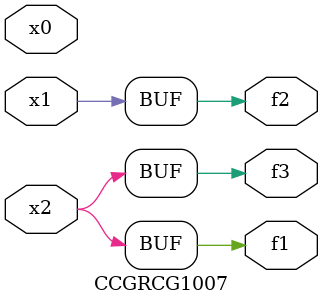
<source format=v>
module CCGRCG1007(
	input x0, x1, x2,
	output f1, f2, f3
);
	assign f1 = x2;
	assign f2 = x1;
	assign f3 = x2;
endmodule

</source>
